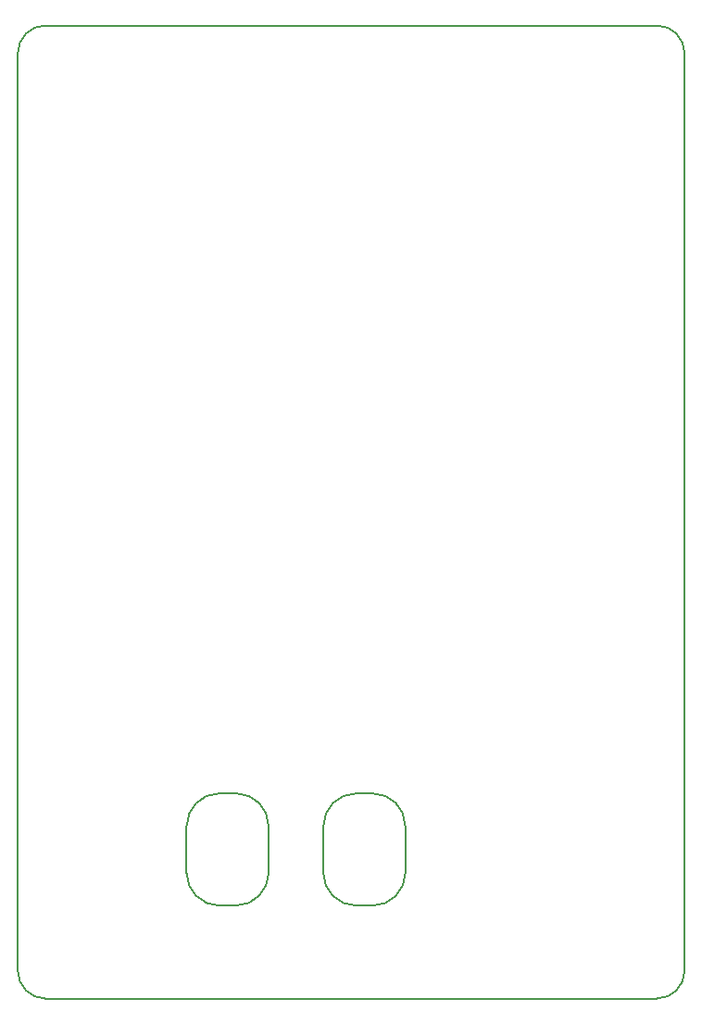
<source format=gbr>
%TF.GenerationSoftware,KiCad,Pcbnew,(6.0.7)*%
%TF.CreationDate,2023-03-09T00:13:32-05:00*%
%TF.ProjectId,board_one_teensy_22,626f6172-645f-46f6-9e65-5f7465656e73,rev?*%
%TF.SameCoordinates,Original*%
%TF.FileFunction,Profile,NP*%
%FSLAX46Y46*%
G04 Gerber Fmt 4.6, Leading zero omitted, Abs format (unit mm)*
G04 Created by KiCad (PCBNEW (6.0.7)) date 2023-03-09 00:13:32*
%MOMM*%
%LPD*%
G01*
G04 APERTURE LIST*
%TA.AperFunction,Profile*%
%ADD10C,0.200000*%
%TD*%
G04 APERTURE END LIST*
D10*
X142610000Y-123230000D02*
X142610000Y-127484000D01*
X127110000Y-130484000D02*
G75*
G03*
X130110000Y-127484000I0J3000000D01*
G01*
X168140000Y-136435000D02*
X168140000Y-52615000D01*
X125610000Y-130484000D02*
X127110000Y-130484000D01*
X109720000Y-138975000D02*
X165600000Y-138975000D01*
X139610000Y-120230000D02*
X138110000Y-120230000D01*
X165600000Y-138975000D02*
G75*
G03*
X168140000Y-136435000I0J2540000D01*
G01*
X138110000Y-120230000D02*
G75*
G03*
X135110000Y-123230000I0J-3000000D01*
G01*
X135110000Y-123230000D02*
X135110000Y-127484000D01*
X107180000Y-52615000D02*
X107180000Y-136435000D01*
X122610000Y-127484000D02*
G75*
G03*
X125610000Y-130484000I3000000J0D01*
G01*
X165600000Y-50075000D02*
X109720000Y-50075000D01*
X109720000Y-50075000D02*
G75*
G03*
X107180000Y-52615000I0J-2540000D01*
G01*
X125610000Y-120230000D02*
X127110000Y-120230000D01*
X168140000Y-52615000D02*
G75*
G03*
X165600000Y-50075000I-2540000J0D01*
G01*
X142610000Y-123230000D02*
G75*
G03*
X139610000Y-120230000I-3000000J0D01*
G01*
X125610000Y-120230000D02*
G75*
G03*
X122610000Y-123230000I0J-3000000D01*
G01*
X130110000Y-123230000D02*
X130110000Y-127484000D01*
X122610000Y-127484000D02*
X122610000Y-123230000D01*
X107180000Y-136435000D02*
G75*
G03*
X109720000Y-138975000I2540000J0D01*
G01*
X135110000Y-127484000D02*
G75*
G03*
X138110000Y-130484000I3000000J0D01*
G01*
X139610000Y-130484000D02*
G75*
G03*
X142610000Y-127484000I0J3000000D01*
G01*
X130110000Y-123230000D02*
G75*
G03*
X127110000Y-120230000I-3000000J0D01*
G01*
X138110000Y-130484000D02*
X139610000Y-130484000D01*
M02*

</source>
